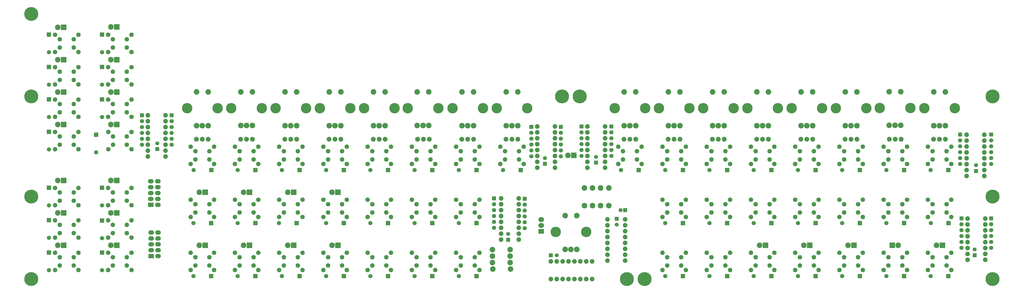
<source format=gbr>
G04 #@! TF.FileFunction,Soldermask,Top*
%FSLAX46Y46*%
G04 Gerber Fmt 4.6, Leading zero omitted, Abs format (unit mm)*
G04 Created by KiCad (PCBNEW 4.0.2-stable) date 20/09/2016 17:33:02*
%MOMM*%
G01*
G04 APERTURE LIST*
%ADD10C,0.100000*%
%ADD11C,2.398980*%
%ADD12C,4.499560*%
%ADD13O,2.000000X2.000000*%
%ADD14C,2.076400*%
%ADD15R,1.822400X1.822400*%
%ADD16C,1.822400*%
%ADD17R,1.750000X1.750000*%
%ADD18C,1.750000*%
%ADD19R,1.700000X1.700000*%
%ADD20C,1.700000*%
%ADD21R,2.400000X2.400000*%
%ADD22C,2.400000*%
%ADD23R,2.432000X2.127200*%
%ADD24O,2.432000X2.127200*%
%ADD25C,1.924000*%
%ADD26R,1.797000X1.797000*%
%ADD27C,1.797000*%
%ADD28O,2.400000X1.900000*%
%ADD29R,2.400000X1.900000*%
%ADD30C,6.000000*%
G04 APERTURE END LIST*
D10*
D11*
X191810640Y-113649760D03*
X196809360Y-113649760D03*
X191810640Y-128150620D03*
X196809360Y-128150620D03*
X194310000Y-128150620D03*
D12*
X187711080Y-120650000D03*
X200908920Y-120650000D03*
D11*
X115610640Y-113649760D03*
X120609360Y-113649760D03*
X115610640Y-128150620D03*
X120609360Y-128150620D03*
X118110000Y-128150620D03*
D12*
X111511080Y-120650000D03*
X124708920Y-120650000D03*
D13*
X102235000Y-141478000D03*
X102235000Y-138938000D03*
X102235000Y-136398000D03*
X102235000Y-133858000D03*
X102235000Y-131318000D03*
X102235000Y-128778000D03*
X102235000Y-126238000D03*
X102235000Y-123698000D03*
X94615000Y-123698000D03*
X94615000Y-126238000D03*
X94615000Y-128778000D03*
X94615000Y-131318000D03*
X94615000Y-133858000D03*
X94615000Y-136398000D03*
X94615000Y-138938000D03*
X94615000Y-141478000D03*
D14*
X120650000Y-133985000D03*
X118110000Y-133985000D03*
X115570000Y-133985000D03*
X139700000Y-133985000D03*
X137160000Y-133985000D03*
X134620000Y-133985000D03*
X158750000Y-133985000D03*
X156210000Y-133985000D03*
X153670000Y-133985000D03*
X177800000Y-133985000D03*
X175260000Y-133985000D03*
X172720000Y-133985000D03*
X196850000Y-133985000D03*
X194310000Y-133985000D03*
X191770000Y-133985000D03*
X215900000Y-133985000D03*
X213360000Y-133985000D03*
X210820000Y-133985000D03*
X234950000Y-133985000D03*
X232410000Y-133985000D03*
X229870000Y-133985000D03*
X254000000Y-133985000D03*
X251460000Y-133985000D03*
X248920000Y-133985000D03*
X304800000Y-133985000D03*
X302260000Y-133985000D03*
X299720000Y-133985000D03*
X323850000Y-133985000D03*
X321310000Y-133985000D03*
X318770000Y-133985000D03*
X342900000Y-133985000D03*
X340360000Y-133985000D03*
X337820000Y-133985000D03*
X361950000Y-133985000D03*
X359410000Y-133985000D03*
X356870000Y-133985000D03*
X375920000Y-133985000D03*
X378460000Y-133985000D03*
X381000000Y-133985000D03*
X394970000Y-133985000D03*
X397510000Y-133985000D03*
X400050000Y-133985000D03*
X419100000Y-133985000D03*
X416560000Y-133985000D03*
X414020000Y-133985000D03*
X438150000Y-133985000D03*
X435610000Y-133985000D03*
X433070000Y-133985000D03*
D11*
X243078000Y-181610000D03*
X250698000Y-181610000D03*
X282628160Y-162671940D03*
X282628160Y-155051940D03*
X286128160Y-162671940D03*
X286128160Y-155051940D03*
X289628160Y-162671940D03*
X289628160Y-155051940D03*
X293128160Y-162671940D03*
X293128160Y-155051940D03*
X250698000Y-184404000D03*
X243078000Y-184404000D03*
X250698000Y-187198000D03*
X243078000Y-187198000D03*
X250825000Y-189992000D03*
X243205000Y-189992000D03*
D15*
X52070000Y-88900000D03*
D16*
X52070000Y-96520000D03*
D15*
X52070000Y-102870000D03*
D16*
X52070000Y-110490000D03*
D15*
X52070000Y-116840000D03*
D16*
X52070000Y-124460000D03*
D15*
X52070000Y-130810000D03*
D16*
X52070000Y-138430000D03*
D15*
X52070000Y-154940000D03*
D16*
X52070000Y-162560000D03*
D15*
X52070000Y-168910000D03*
D16*
X52070000Y-176530000D03*
D15*
X52070000Y-182880000D03*
D16*
X52070000Y-190500000D03*
D15*
X74930000Y-88900000D03*
D16*
X74930000Y-96520000D03*
D15*
X74930000Y-102870000D03*
D16*
X74930000Y-110490000D03*
D15*
X74930000Y-116840000D03*
D16*
X74930000Y-124460000D03*
D15*
X72359160Y-132058940D03*
D16*
X72359160Y-139678940D03*
D15*
X74930000Y-154940000D03*
D16*
X74930000Y-162560000D03*
D15*
X74930000Y-169058940D03*
D16*
X74930000Y-176678940D03*
D15*
X74930000Y-182880000D03*
D16*
X74930000Y-190500000D03*
D15*
X121955160Y-147320000D03*
D16*
X114335160Y-147320000D03*
D15*
X121920000Y-170180000D03*
D16*
X114300000Y-170180000D03*
D15*
X121920000Y-193040000D03*
D16*
X114300000Y-193040000D03*
D15*
X140970000Y-147320000D03*
D16*
X133350000Y-147320000D03*
D15*
X140970000Y-170180000D03*
D16*
X133350000Y-170180000D03*
D15*
X140970000Y-193040000D03*
D16*
X133350000Y-193040000D03*
D15*
X160020000Y-147320000D03*
D16*
X152400000Y-147320000D03*
D15*
X158750000Y-170180000D03*
D16*
X151130000Y-170180000D03*
D15*
X160020000Y-193040000D03*
D16*
X152400000Y-193040000D03*
D15*
X179070000Y-147320000D03*
D16*
X171450000Y-147320000D03*
D15*
X179070000Y-170180000D03*
D16*
X171450000Y-170180000D03*
D15*
X179070000Y-193040000D03*
D16*
X171450000Y-193040000D03*
D15*
X198120000Y-147320000D03*
D16*
X190500000Y-147320000D03*
D15*
X198120000Y-170180000D03*
D16*
X190500000Y-170180000D03*
D15*
X198120000Y-193040000D03*
D16*
X190500000Y-193040000D03*
D15*
X217170000Y-147320000D03*
D16*
X209550000Y-147320000D03*
D15*
X217170000Y-170180000D03*
D16*
X209550000Y-170180000D03*
D15*
X217170000Y-193040000D03*
D16*
X209550000Y-193040000D03*
D15*
X236220000Y-147320000D03*
D16*
X228600000Y-147320000D03*
D15*
X236220000Y-170180000D03*
D16*
X228600000Y-170180000D03*
D15*
X236220000Y-193040000D03*
D16*
X228600000Y-193040000D03*
D15*
X255270000Y-147320000D03*
D16*
X247650000Y-147320000D03*
D15*
X306070000Y-147320000D03*
D16*
X298450000Y-147320000D03*
D15*
X325120000Y-147320000D03*
D16*
X317500000Y-147320000D03*
D15*
X325120000Y-170180000D03*
D16*
X317500000Y-170180000D03*
D15*
X325120000Y-193040000D03*
D16*
X317500000Y-193040000D03*
D15*
X344170000Y-147320000D03*
D16*
X336550000Y-147320000D03*
D15*
X344170000Y-170180000D03*
D16*
X336550000Y-170180000D03*
D15*
X344170000Y-193040000D03*
D16*
X336550000Y-193040000D03*
D15*
X363220000Y-147320000D03*
D16*
X355600000Y-147320000D03*
D15*
X363220000Y-170180000D03*
D16*
X355600000Y-170180000D03*
D15*
X363220000Y-193040000D03*
D16*
X355600000Y-193040000D03*
D15*
X382270000Y-147320000D03*
D16*
X374650000Y-147320000D03*
D15*
X382270000Y-170180000D03*
D16*
X374650000Y-170180000D03*
D15*
X401320000Y-193040000D03*
D16*
X393700000Y-193040000D03*
D15*
X401320000Y-147320000D03*
D16*
X393700000Y-147320000D03*
D15*
X401320000Y-170180000D03*
D16*
X393700000Y-170180000D03*
D15*
X382270000Y-193040000D03*
D16*
X374650000Y-193040000D03*
D15*
X420370000Y-147320000D03*
D16*
X412750000Y-147320000D03*
D15*
X420370000Y-170180000D03*
D16*
X412750000Y-170180000D03*
D15*
X420370000Y-193040000D03*
D16*
X412750000Y-193040000D03*
D15*
X439420000Y-147320000D03*
D16*
X431800000Y-147320000D03*
D15*
X439455160Y-170180000D03*
D16*
X431835160Y-170180000D03*
D15*
X439420000Y-193040000D03*
D16*
X431800000Y-193040000D03*
D17*
X300228000Y-164592000D03*
D18*
X298228000Y-164592000D03*
D19*
X296545000Y-168315000D03*
D20*
X296545000Y-170815000D03*
D19*
X268224000Y-184023000D03*
D20*
X270724000Y-184023000D03*
D19*
X450723000Y-184023000D03*
D20*
X450723000Y-181523000D03*
D19*
X451358000Y-147701000D03*
D20*
X451358000Y-145201000D03*
D19*
X287655000Y-144105000D03*
D20*
X287655000Y-141605000D03*
D19*
X265684000Y-144613000D03*
D20*
X265684000Y-142113000D03*
D19*
X249803160Y-177337940D03*
D20*
X249803160Y-174837940D03*
D19*
X98679000Y-138263000D03*
D20*
X98679000Y-135763000D03*
D21*
X119380000Y-156845000D03*
D22*
X116840000Y-156845000D03*
D21*
X436880000Y-179705000D03*
D22*
X434340000Y-179705000D03*
D21*
X415290000Y-179705000D03*
D22*
X417830000Y-179705000D03*
D21*
X379730000Y-179705000D03*
D22*
X377190000Y-179705000D03*
D21*
X398780000Y-179705000D03*
D22*
X396240000Y-179705000D03*
D21*
X360680000Y-179705000D03*
D22*
X358140000Y-179705000D03*
D21*
X278130000Y-140970000D03*
D22*
X275590000Y-140970000D03*
D21*
X176530000Y-179705000D03*
D22*
X173990000Y-179705000D03*
D21*
X176530000Y-156845000D03*
D22*
X173990000Y-156845000D03*
D21*
X157480000Y-179705000D03*
D22*
X154940000Y-179705000D03*
D21*
X157480000Y-156845000D03*
D22*
X154940000Y-156845000D03*
D21*
X138430000Y-179705000D03*
D22*
X135890000Y-179705000D03*
D21*
X138430000Y-156845000D03*
D22*
X135890000Y-156845000D03*
D21*
X119380000Y-179705000D03*
D22*
X116840000Y-179705000D03*
D21*
X81280000Y-179705000D03*
D22*
X78740000Y-179705000D03*
D21*
X81280000Y-165735000D03*
D22*
X78740000Y-165735000D03*
D21*
X81280000Y-151765000D03*
D22*
X78740000Y-151765000D03*
D21*
X81280000Y-127635000D03*
D22*
X78740000Y-127635000D03*
D21*
X81280000Y-113665000D03*
D22*
X78740000Y-113665000D03*
D21*
X81280000Y-99695000D03*
D22*
X78740000Y-99695000D03*
D21*
X81280000Y-85622940D03*
D22*
X78740000Y-85622940D03*
D21*
X58420000Y-179705000D03*
D22*
X55880000Y-179705000D03*
D21*
X58420000Y-165735000D03*
D22*
X55880000Y-165735000D03*
D21*
X58420000Y-151765000D03*
D22*
X55880000Y-151765000D03*
D21*
X58420000Y-127635000D03*
D22*
X55880000Y-127635000D03*
D21*
X58420000Y-113665000D03*
D22*
X55880000Y-113665000D03*
D21*
X58420000Y-99695000D03*
D22*
X55880000Y-99695000D03*
D21*
X58420000Y-85725000D03*
D22*
X55880000Y-85725000D03*
D23*
X264033000Y-173736000D03*
D24*
X264033000Y-171196000D03*
X264033000Y-168656000D03*
D25*
X64690000Y-88964000D03*
X64690000Y-96456000D03*
X54690000Y-96456000D03*
X56690000Y-94456000D03*
X62690000Y-94456000D03*
X62690000Y-90964000D03*
X56690000Y-90964000D03*
X54690000Y-88964000D03*
X64690000Y-102934000D03*
X64690000Y-110426000D03*
X54690000Y-110426000D03*
X56690000Y-108426000D03*
X62690000Y-108426000D03*
X62690000Y-104934000D03*
X56690000Y-104934000D03*
X54690000Y-102934000D03*
X64690000Y-116904000D03*
X64690000Y-124396000D03*
X54690000Y-124396000D03*
X56690000Y-122396000D03*
X62690000Y-122396000D03*
X62690000Y-118904000D03*
X56690000Y-118904000D03*
X54690000Y-116904000D03*
X64690000Y-130874000D03*
X64690000Y-138366000D03*
X54690000Y-138366000D03*
X56690000Y-136366000D03*
X62690000Y-136366000D03*
X62690000Y-132874000D03*
X56690000Y-132874000D03*
X54690000Y-130874000D03*
X64690000Y-155004000D03*
X64690000Y-162496000D03*
X54690000Y-162496000D03*
X56690000Y-160496000D03*
X62690000Y-160496000D03*
X62690000Y-157004000D03*
X56690000Y-157004000D03*
X54690000Y-155004000D03*
X64690000Y-168974000D03*
X64690000Y-176466000D03*
X54690000Y-176466000D03*
X56690000Y-174466000D03*
X62690000Y-174466000D03*
X62690000Y-170974000D03*
X56690000Y-170974000D03*
X54690000Y-168974000D03*
X64690000Y-182944000D03*
X64690000Y-190436000D03*
X54690000Y-190436000D03*
X56690000Y-188436000D03*
X62690000Y-188436000D03*
X62690000Y-184944000D03*
X56690000Y-184944000D03*
X54690000Y-182944000D03*
X87550000Y-88964000D03*
X87550000Y-96456000D03*
X77550000Y-96456000D03*
X79550000Y-94456000D03*
X85550000Y-94456000D03*
X85550000Y-90964000D03*
X79550000Y-90964000D03*
X77550000Y-88964000D03*
X87550000Y-102934000D03*
X87550000Y-110426000D03*
X77550000Y-110426000D03*
X79550000Y-108426000D03*
X85550000Y-108426000D03*
X85550000Y-104934000D03*
X79550000Y-104934000D03*
X77550000Y-102934000D03*
X87550000Y-116904000D03*
X87550000Y-124396000D03*
X77550000Y-124396000D03*
X79550000Y-122396000D03*
X85550000Y-122396000D03*
X85550000Y-118904000D03*
X79550000Y-118904000D03*
X77550000Y-116904000D03*
X87598000Y-130876940D03*
X87598000Y-138368940D03*
X77598000Y-138368940D03*
X79598000Y-136368940D03*
X85598000Y-136368940D03*
X85598000Y-132876940D03*
X79598000Y-132876940D03*
X77598000Y-130876940D03*
X87550000Y-155004000D03*
X87550000Y-162496000D03*
X77550000Y-162496000D03*
X79550000Y-160496000D03*
X85550000Y-160496000D03*
X85550000Y-157004000D03*
X79550000Y-157004000D03*
X77550000Y-155004000D03*
X87550000Y-168974000D03*
X87550000Y-176466000D03*
X77550000Y-176466000D03*
X79550000Y-174466000D03*
X85550000Y-174466000D03*
X85550000Y-170974000D03*
X79550000Y-170974000D03*
X77550000Y-168974000D03*
X87550000Y-182944000D03*
X87550000Y-190436000D03*
X77550000Y-190436000D03*
X79550000Y-188436000D03*
X85550000Y-188436000D03*
X85550000Y-184944000D03*
X79550000Y-184944000D03*
X77550000Y-182944000D03*
X123110000Y-137224000D03*
X123110000Y-144716000D03*
X113110000Y-144716000D03*
X115110000Y-142716000D03*
X121110000Y-142716000D03*
X121110000Y-139224000D03*
X115110000Y-139224000D03*
X113110000Y-137224000D03*
X123110000Y-160084000D03*
X123110000Y-167576000D03*
X113110000Y-167576000D03*
X115110000Y-165576000D03*
X121110000Y-165576000D03*
X121110000Y-162084000D03*
X115110000Y-162084000D03*
X113110000Y-160084000D03*
X123110000Y-182944000D03*
X123110000Y-190436000D03*
X113110000Y-190436000D03*
X115110000Y-188436000D03*
X121110000Y-188436000D03*
X121110000Y-184944000D03*
X115110000Y-184944000D03*
X113110000Y-182944000D03*
X142160000Y-137224000D03*
X142160000Y-144716000D03*
X132160000Y-144716000D03*
X134160000Y-142716000D03*
X140160000Y-142716000D03*
X140160000Y-139224000D03*
X134160000Y-139224000D03*
X132160000Y-137224000D03*
X142160000Y-160084000D03*
X142160000Y-167576000D03*
X132160000Y-167576000D03*
X134160000Y-165576000D03*
X140160000Y-165576000D03*
X140160000Y-162084000D03*
X134160000Y-162084000D03*
X132160000Y-160084000D03*
X142160000Y-182944000D03*
X142160000Y-190436000D03*
X132160000Y-190436000D03*
X134160000Y-188436000D03*
X140160000Y-188436000D03*
X140160000Y-184944000D03*
X134160000Y-184944000D03*
X132160000Y-182944000D03*
X161210000Y-137224000D03*
X161210000Y-144716000D03*
X151210000Y-144716000D03*
X153210000Y-142716000D03*
X159210000Y-142716000D03*
X159210000Y-139224000D03*
X153210000Y-139224000D03*
X151210000Y-137224000D03*
X161210000Y-160084000D03*
X161210000Y-167576000D03*
X151210000Y-167576000D03*
X153210000Y-165576000D03*
X159210000Y-165576000D03*
X159210000Y-162084000D03*
X153210000Y-162084000D03*
X151210000Y-160084000D03*
X161210000Y-182944000D03*
X161210000Y-190436000D03*
X151210000Y-190436000D03*
X153210000Y-188436000D03*
X159210000Y-188436000D03*
X159210000Y-184944000D03*
X153210000Y-184944000D03*
X151210000Y-182944000D03*
X180260000Y-137224000D03*
X180260000Y-144716000D03*
X170260000Y-144716000D03*
X172260000Y-142716000D03*
X178260000Y-142716000D03*
X178260000Y-139224000D03*
X172260000Y-139224000D03*
X170260000Y-137224000D03*
X180260000Y-160084000D03*
X180260000Y-167576000D03*
X170260000Y-167576000D03*
X172260000Y-165576000D03*
X178260000Y-165576000D03*
X178260000Y-162084000D03*
X172260000Y-162084000D03*
X170260000Y-160084000D03*
X180260000Y-182944000D03*
X180260000Y-190436000D03*
X170260000Y-190436000D03*
X172260000Y-188436000D03*
X178260000Y-188436000D03*
X178260000Y-184944000D03*
X172260000Y-184944000D03*
X170260000Y-182944000D03*
X199310000Y-137224000D03*
X199310000Y-144716000D03*
X189310000Y-144716000D03*
X191310000Y-142716000D03*
X197310000Y-142716000D03*
X197310000Y-139224000D03*
X191310000Y-139224000D03*
X189310000Y-137224000D03*
X199310000Y-160084000D03*
X199310000Y-167576000D03*
X189310000Y-167576000D03*
X191310000Y-165576000D03*
X197310000Y-165576000D03*
X197310000Y-162084000D03*
X191310000Y-162084000D03*
X189310000Y-160084000D03*
X199310000Y-182944000D03*
X199310000Y-190436000D03*
X189310000Y-190436000D03*
X191310000Y-188436000D03*
X197310000Y-188436000D03*
X197310000Y-184944000D03*
X191310000Y-184944000D03*
X189310000Y-182944000D03*
X218360000Y-137224000D03*
X218360000Y-144716000D03*
X208360000Y-144716000D03*
X210360000Y-142716000D03*
X216360000Y-142716000D03*
X216360000Y-139224000D03*
X210360000Y-139224000D03*
X208360000Y-137224000D03*
X218360000Y-160084000D03*
X218360000Y-167576000D03*
X208360000Y-167576000D03*
X210360000Y-165576000D03*
X216360000Y-165576000D03*
X216360000Y-162084000D03*
X210360000Y-162084000D03*
X208360000Y-160084000D03*
X218360000Y-182944000D03*
X218360000Y-190436000D03*
X208360000Y-190436000D03*
X210360000Y-188436000D03*
X216360000Y-188436000D03*
X216360000Y-184944000D03*
X210360000Y-184944000D03*
X208360000Y-182944000D03*
X237410000Y-137224000D03*
X237410000Y-144716000D03*
X227410000Y-144716000D03*
X229410000Y-142716000D03*
X235410000Y-142716000D03*
X235410000Y-139224000D03*
X229410000Y-139224000D03*
X227410000Y-137224000D03*
X237410000Y-160084000D03*
X237410000Y-167576000D03*
X227410000Y-167576000D03*
X229410000Y-165576000D03*
X235410000Y-165576000D03*
X235410000Y-162084000D03*
X229410000Y-162084000D03*
X227410000Y-160084000D03*
X237410000Y-182944000D03*
X237410000Y-190436000D03*
X227410000Y-190436000D03*
X229410000Y-188436000D03*
X235410000Y-188436000D03*
X235410000Y-184944000D03*
X229410000Y-184944000D03*
X227410000Y-182944000D03*
X256460000Y-137224000D03*
X256460000Y-144716000D03*
X246460000Y-144716000D03*
X248460000Y-142716000D03*
X254460000Y-142716000D03*
X254460000Y-139224000D03*
X248460000Y-139224000D03*
X246460000Y-137224000D03*
X307260000Y-137224000D03*
X307260000Y-144716000D03*
X297260000Y-144716000D03*
X299260000Y-142716000D03*
X305260000Y-142716000D03*
X305260000Y-139224000D03*
X299260000Y-139224000D03*
X297260000Y-137224000D03*
X326310000Y-137224000D03*
X326310000Y-144716000D03*
X316310000Y-144716000D03*
X318310000Y-142716000D03*
X324310000Y-142716000D03*
X324310000Y-139224000D03*
X318310000Y-139224000D03*
X316310000Y-137224000D03*
X326310000Y-160084000D03*
X326310000Y-167576000D03*
X316310000Y-167576000D03*
X318310000Y-165576000D03*
X324310000Y-165576000D03*
X324310000Y-162084000D03*
X318310000Y-162084000D03*
X316310000Y-160084000D03*
X326310000Y-182944000D03*
X326310000Y-190436000D03*
X316310000Y-190436000D03*
X318310000Y-188436000D03*
X324310000Y-188436000D03*
X324310000Y-184944000D03*
X318310000Y-184944000D03*
X316310000Y-182944000D03*
X345360000Y-137224000D03*
X345360000Y-144716000D03*
X335360000Y-144716000D03*
X337360000Y-142716000D03*
X343360000Y-142716000D03*
X343360000Y-139224000D03*
X337360000Y-139224000D03*
X335360000Y-137224000D03*
X345360000Y-160084000D03*
X345360000Y-167576000D03*
X335360000Y-167576000D03*
X337360000Y-165576000D03*
X343360000Y-165576000D03*
X343360000Y-162084000D03*
X337360000Y-162084000D03*
X335360000Y-160084000D03*
X345360000Y-182944000D03*
X345360000Y-190436000D03*
X335360000Y-190436000D03*
X337360000Y-188436000D03*
X343360000Y-188436000D03*
X343360000Y-184944000D03*
X337360000Y-184944000D03*
X335360000Y-182944000D03*
X364410000Y-137224000D03*
X364410000Y-144716000D03*
X354410000Y-144716000D03*
X356410000Y-142716000D03*
X362410000Y-142716000D03*
X362410000Y-139224000D03*
X356410000Y-139224000D03*
X354410000Y-137224000D03*
X364410000Y-160084000D03*
X364410000Y-167576000D03*
X354410000Y-167576000D03*
X356410000Y-165576000D03*
X362410000Y-165576000D03*
X362410000Y-162084000D03*
X356410000Y-162084000D03*
X354410000Y-160084000D03*
X364410000Y-182944000D03*
X364410000Y-190436000D03*
X354410000Y-190436000D03*
X356410000Y-188436000D03*
X362410000Y-188436000D03*
X362410000Y-184944000D03*
X356410000Y-184944000D03*
X354410000Y-182944000D03*
X383460000Y-137224000D03*
X383460000Y-144716000D03*
X373460000Y-144716000D03*
X375460000Y-142716000D03*
X381460000Y-142716000D03*
X381460000Y-139224000D03*
X375460000Y-139224000D03*
X373460000Y-137224000D03*
X383460000Y-160084000D03*
X383460000Y-167576000D03*
X373460000Y-167576000D03*
X375460000Y-165576000D03*
X381460000Y-165576000D03*
X381460000Y-162084000D03*
X375460000Y-162084000D03*
X373460000Y-160084000D03*
X402510000Y-182944000D03*
X402510000Y-190436000D03*
X392510000Y-190436000D03*
X394510000Y-188436000D03*
X400510000Y-188436000D03*
X400510000Y-184944000D03*
X394510000Y-184944000D03*
X392510000Y-182944000D03*
X402510000Y-137224000D03*
X402510000Y-144716000D03*
X392510000Y-144716000D03*
X394510000Y-142716000D03*
X400510000Y-142716000D03*
X400510000Y-139224000D03*
X394510000Y-139224000D03*
X392510000Y-137224000D03*
X402510000Y-160084000D03*
X402510000Y-167576000D03*
X392510000Y-167576000D03*
X394510000Y-165576000D03*
X400510000Y-165576000D03*
X400510000Y-162084000D03*
X394510000Y-162084000D03*
X392510000Y-160084000D03*
X383460000Y-182944000D03*
X383460000Y-190436000D03*
X373460000Y-190436000D03*
X375460000Y-188436000D03*
X381460000Y-188436000D03*
X381460000Y-184944000D03*
X375460000Y-184944000D03*
X373460000Y-182944000D03*
X421560000Y-137224000D03*
X421560000Y-144716000D03*
X411560000Y-144716000D03*
X413560000Y-142716000D03*
X419560000Y-142716000D03*
X419560000Y-139224000D03*
X413560000Y-139224000D03*
X411560000Y-137224000D03*
X421560000Y-160084000D03*
X421560000Y-167576000D03*
X411560000Y-167576000D03*
X413560000Y-165576000D03*
X419560000Y-165576000D03*
X419560000Y-162084000D03*
X413560000Y-162084000D03*
X411560000Y-160084000D03*
X421560000Y-182944000D03*
X421560000Y-190436000D03*
X411560000Y-190436000D03*
X413560000Y-188436000D03*
X419560000Y-188436000D03*
X419560000Y-184944000D03*
X413560000Y-184944000D03*
X411560000Y-182944000D03*
X440610000Y-137224000D03*
X440610000Y-144716000D03*
X430610000Y-144716000D03*
X432610000Y-142716000D03*
X438610000Y-142716000D03*
X438610000Y-139224000D03*
X432610000Y-139224000D03*
X430610000Y-137224000D03*
X440610000Y-160084000D03*
X440610000Y-167576000D03*
X430610000Y-167576000D03*
X432610000Y-165576000D03*
X438610000Y-165576000D03*
X438610000Y-162084000D03*
X432610000Y-162084000D03*
X430610000Y-160084000D03*
X440610000Y-182944000D03*
X440610000Y-190436000D03*
X430610000Y-190436000D03*
X432610000Y-188436000D03*
X438610000Y-188436000D03*
X438610000Y-184944000D03*
X432610000Y-184944000D03*
X430610000Y-182944000D03*
D11*
X134645800Y-113622700D03*
X139644520Y-113622700D03*
X134645800Y-128123560D03*
X139644520Y-128123560D03*
X137145160Y-128123560D03*
D12*
X130546240Y-120622940D03*
X143744080Y-120622940D03*
D11*
X153710640Y-113649760D03*
X158709360Y-113649760D03*
X153710640Y-128150620D03*
X158709360Y-128150620D03*
X156210000Y-128150620D03*
D12*
X149611080Y-120650000D03*
X162808920Y-120650000D03*
D11*
X172760640Y-113649760D03*
X177759360Y-113649760D03*
X172760640Y-128150620D03*
X177759360Y-128150620D03*
X175260000Y-128150620D03*
D12*
X168661080Y-120650000D03*
X181858920Y-120650000D03*
D11*
X210645800Y-113622700D03*
X215644520Y-113622700D03*
X210645800Y-128123560D03*
X215644520Y-128123560D03*
X213145160Y-128123560D03*
D12*
X206546240Y-120622940D03*
X219744080Y-120622940D03*
D11*
X229910640Y-113649760D03*
X234909360Y-113649760D03*
X229910640Y-128150620D03*
X234909360Y-128150620D03*
X232410000Y-128150620D03*
D12*
X225811080Y-120650000D03*
X239008920Y-120650000D03*
D11*
X248960640Y-113649760D03*
X253959360Y-113649760D03*
X248960640Y-128150620D03*
X253959360Y-128150620D03*
X251460000Y-128150620D03*
D12*
X244861080Y-120650000D03*
X258058920Y-120650000D03*
D11*
X274360640Y-166989760D03*
X279359360Y-166989760D03*
X274360640Y-181490620D03*
X279359360Y-181490620D03*
X276860000Y-181490620D03*
D12*
X270261080Y-173990000D03*
X283458920Y-173990000D03*
D11*
X318810640Y-113649760D03*
X323809360Y-113649760D03*
X318810640Y-128150620D03*
X323809360Y-128150620D03*
X321310000Y-128150620D03*
D12*
X314711080Y-120650000D03*
X327908920Y-120650000D03*
D11*
X356910640Y-113649760D03*
X361909360Y-113649760D03*
X356910640Y-128150620D03*
X361909360Y-128150620D03*
X359410000Y-128150620D03*
D12*
X352811080Y-120650000D03*
X366008920Y-120650000D03*
D11*
X413933640Y-113522760D03*
X418932360Y-113522760D03*
X413933640Y-128023620D03*
X418932360Y-128023620D03*
X416433000Y-128023620D03*
D12*
X409834080Y-120523000D03*
X423031920Y-120523000D03*
D11*
X433110640Y-113649760D03*
X438109360Y-113649760D03*
X433110640Y-128150620D03*
X438109360Y-128150620D03*
X435610000Y-128150620D03*
D12*
X429011080Y-120650000D03*
X442208920Y-120650000D03*
D11*
X337860640Y-113649760D03*
X342859360Y-113649760D03*
X337860640Y-128150620D03*
X342859360Y-128150620D03*
X340360000Y-128150620D03*
D12*
X333761080Y-120650000D03*
X346958920Y-120650000D03*
D11*
X375960640Y-113649760D03*
X380959360Y-113649760D03*
X375960640Y-128150620D03*
X380959360Y-128150620D03*
X378460000Y-128150620D03*
D12*
X371861080Y-120650000D03*
X385058920Y-120650000D03*
D11*
X299760640Y-113649760D03*
X304759360Y-113649760D03*
X299760640Y-128150620D03*
X304759360Y-128150620D03*
X302260000Y-128150620D03*
D12*
X295661080Y-120650000D03*
X308858920Y-120650000D03*
D11*
X395010640Y-113649760D03*
X400009360Y-113649760D03*
X395010640Y-128150620D03*
X400009360Y-128150620D03*
X397510000Y-128150620D03*
D12*
X390911080Y-120650000D03*
X404108920Y-120650000D03*
D26*
X259842000Y-128651000D03*
D27*
X259842000Y-131191000D03*
X259842000Y-133731000D03*
X259842000Y-136271000D03*
X259842000Y-138811000D03*
X259842000Y-141351000D03*
D26*
X445039824Y-168114852D03*
D27*
X445039824Y-170654852D03*
X445039824Y-173194852D03*
X445039824Y-175734852D03*
X445039824Y-178274852D03*
X445039824Y-180814852D03*
D26*
X457866824Y-168114852D03*
D27*
X457866824Y-170654852D03*
X457866824Y-173194852D03*
X457866824Y-175734852D03*
X457866824Y-178274852D03*
X457866824Y-180814852D03*
D26*
X444489354Y-131973752D03*
D27*
X444489354Y-134513752D03*
X444489354Y-137053752D03*
X444489354Y-139593752D03*
X444489354Y-142133752D03*
X444489354Y-144673752D03*
D26*
X457824354Y-131973752D03*
D27*
X457824354Y-134513752D03*
X457824354Y-137053752D03*
X457824354Y-139593752D03*
X457824354Y-142133752D03*
X457824354Y-144673752D03*
D26*
X281432000Y-128524000D03*
D27*
X281432000Y-131064000D03*
X281432000Y-133604000D03*
X281432000Y-136144000D03*
X281432000Y-138684000D03*
X281432000Y-141224000D03*
D26*
X294259000Y-128524000D03*
D27*
X294259000Y-131064000D03*
X294259000Y-133604000D03*
X294259000Y-136144000D03*
X294259000Y-138684000D03*
X294259000Y-141224000D03*
D26*
X243713000Y-159512000D03*
D27*
X243713000Y-162052000D03*
X243713000Y-164592000D03*
X243713000Y-167132000D03*
X243713000Y-169672000D03*
X243713000Y-172212000D03*
D26*
X256921000Y-159639000D03*
D27*
X256921000Y-162179000D03*
X256921000Y-164719000D03*
X256921000Y-167259000D03*
X256921000Y-169799000D03*
X256921000Y-172339000D03*
D26*
X92075000Y-123698000D03*
D27*
X92075000Y-126238000D03*
X92075000Y-128778000D03*
X92075000Y-131318000D03*
X92075000Y-133858000D03*
X92075000Y-136398000D03*
D26*
X272542000Y-128651000D03*
D27*
X272542000Y-131191000D03*
X272542000Y-133731000D03*
X272542000Y-136271000D03*
X272542000Y-138811000D03*
X272542000Y-141351000D03*
D26*
X104902000Y-123698000D03*
D27*
X104902000Y-126238000D03*
X104902000Y-128778000D03*
X104902000Y-131318000D03*
X104902000Y-133858000D03*
X104902000Y-136398000D03*
D28*
X95889000Y-152146000D03*
X98929000Y-152146000D03*
X98929000Y-154686000D03*
X95889000Y-154686000D03*
D29*
X95889000Y-162306000D03*
D28*
X98929000Y-162306000D03*
X95889000Y-159766000D03*
X98929000Y-159766000D03*
X95889000Y-157226000D03*
X98929000Y-157226000D03*
X96016000Y-174244000D03*
X99056000Y-174244000D03*
X99056000Y-176784000D03*
X96016000Y-176784000D03*
D29*
X96016000Y-184404000D03*
D28*
X99056000Y-184404000D03*
X96016000Y-181864000D03*
X99056000Y-181864000D03*
X96016000Y-179324000D03*
X99056000Y-179324000D03*
D30*
X458470000Y-158750000D03*
X458470000Y-194310000D03*
X458470000Y-115570000D03*
X280670000Y-115570000D03*
X273050000Y-115570000D03*
X308610000Y-194310000D03*
X300990000Y-194310000D03*
X44450000Y-194310000D03*
X44450000Y-158750000D03*
X44450000Y-115570000D03*
X44450000Y-80010000D03*
D13*
X268224000Y-194310000D03*
X270764000Y-194310000D03*
X273304000Y-194310000D03*
X275844000Y-194310000D03*
X278384000Y-194310000D03*
X280924000Y-194310000D03*
X283464000Y-194310000D03*
X286004000Y-194310000D03*
X286004000Y-186690000D03*
X283464000Y-186690000D03*
X280924000Y-186690000D03*
X278384000Y-186690000D03*
X275844000Y-186690000D03*
X273304000Y-186690000D03*
X270764000Y-186690000D03*
X268224000Y-186690000D03*
X254381000Y-177292000D03*
X254381000Y-174752000D03*
X254381000Y-172212000D03*
X254381000Y-169672000D03*
X254381000Y-167132000D03*
X254381000Y-164592000D03*
X254381000Y-162052000D03*
X254381000Y-159512000D03*
X246761000Y-159512000D03*
X246761000Y-162052000D03*
X246761000Y-164592000D03*
X246761000Y-167132000D03*
X246761000Y-169672000D03*
X246761000Y-172212000D03*
X246761000Y-174752000D03*
X246761000Y-177292000D03*
X270002000Y-146304000D03*
X270002000Y-143764000D03*
X270002000Y-141224000D03*
X270002000Y-138684000D03*
X270002000Y-136144000D03*
X270002000Y-133604000D03*
X270002000Y-131064000D03*
X270002000Y-128524000D03*
X262382000Y-128524000D03*
X262382000Y-131064000D03*
X262382000Y-133604000D03*
X262382000Y-136144000D03*
X262382000Y-138684000D03*
X262382000Y-141224000D03*
X262382000Y-143764000D03*
X262382000Y-146304000D03*
X291592000Y-146304000D03*
X291592000Y-143764000D03*
X291592000Y-141224000D03*
X291592000Y-138684000D03*
X291592000Y-136144000D03*
X291592000Y-133604000D03*
X291592000Y-131064000D03*
X291592000Y-128524000D03*
X283972000Y-128524000D03*
X283972000Y-131064000D03*
X283972000Y-133604000D03*
X283972000Y-136144000D03*
X283972000Y-138684000D03*
X283972000Y-141224000D03*
X283972000Y-143764000D03*
X283972000Y-146304000D03*
X454838194Y-149876812D03*
X454838194Y-147336812D03*
X454838194Y-144796812D03*
X454838194Y-142256812D03*
X454838194Y-139716812D03*
X454838194Y-137176812D03*
X454838194Y-134636812D03*
X454838194Y-132096812D03*
X447218194Y-132096812D03*
X447218194Y-134636812D03*
X447218194Y-137176812D03*
X447218194Y-139716812D03*
X447218194Y-142256812D03*
X447218194Y-144796812D03*
X447218194Y-147336812D03*
X447218194Y-149876812D03*
X455265864Y-185993912D03*
X455265864Y-183453912D03*
X455265864Y-180913912D03*
X455265864Y-178373912D03*
X455265864Y-175833912D03*
X455265864Y-173293912D03*
X455265864Y-170753912D03*
X455265864Y-168213912D03*
X447645864Y-168213912D03*
X447645864Y-170753912D03*
X447645864Y-173293912D03*
X447645864Y-175833912D03*
X447645864Y-178373912D03*
X447645864Y-180913912D03*
X447645864Y-183453912D03*
X447645864Y-185993912D03*
X292608000Y-168529000D03*
X292608000Y-171069000D03*
X292608000Y-173609000D03*
X292608000Y-176149000D03*
X292608000Y-178689000D03*
X292608000Y-181229000D03*
X292608000Y-183769000D03*
X292608000Y-186309000D03*
X300228000Y-186309000D03*
X300228000Y-183769000D03*
X300228000Y-181229000D03*
X300228000Y-178689000D03*
X300228000Y-176149000D03*
X300228000Y-173609000D03*
X300228000Y-171069000D03*
X300228000Y-168529000D03*
M02*

</source>
